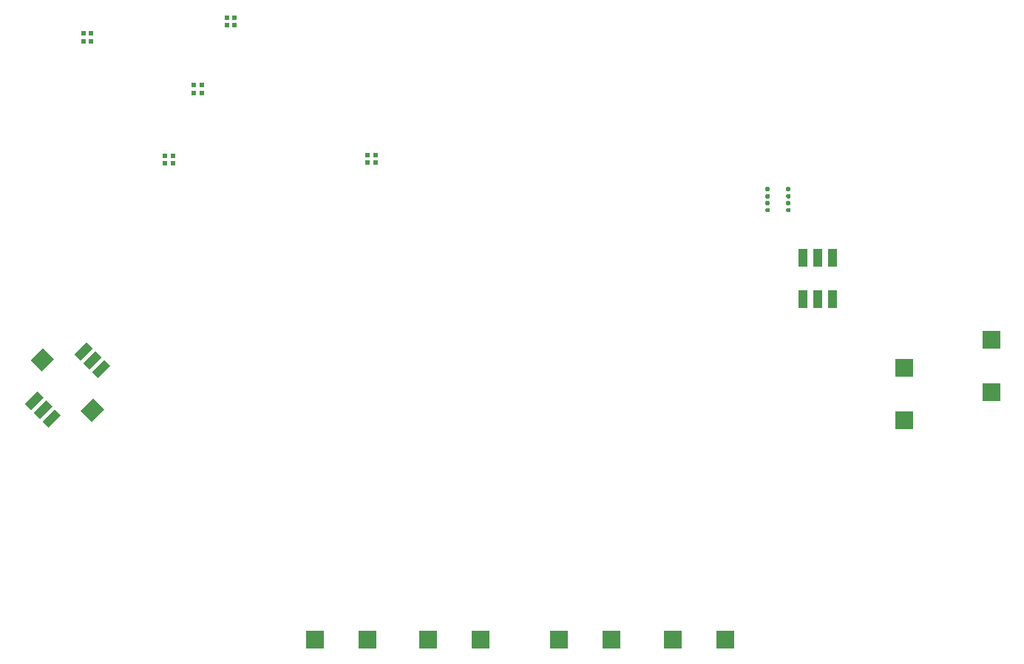
<source format=gtp>
G04 #@! TF.GenerationSoftware,KiCad,Pcbnew,5.1.9*
G04 #@! TF.CreationDate,2021-01-16T16:04:05+01:00*
G04 #@! TF.ProjectId,mch2021,6d636832-3032-4312-9e6b-696361645f70,1*
G04 #@! TF.SameCoordinates,Original*
G04 #@! TF.FileFunction,Paste,Top*
G04 #@! TF.FilePolarity,Positive*
%FSLAX46Y46*%
G04 Gerber Fmt 4.6, Leading zero omitted, Abs format (unit mm)*
G04 Created by KiCad (PCBNEW 5.1.9) date 2021-01-16 16:04:05*
%MOMM*%
%LPD*%
G01*
G04 APERTURE LIST*
%ADD10R,2.000000X2.000000*%
%ADD11R,0.500000X0.500000*%
%ADD12R,1.100000X2.000000*%
%ADD13C,0.100000*%
G04 APERTURE END LIST*
G36*
G01*
X27985000Y22390000D02*
X28260000Y22390000D01*
G75*
G02*
X28385000Y22265000I0J-125000D01*
G01*
X28385000Y22015000D01*
G75*
G02*
X28260000Y21890000I-125000J0D01*
G01*
X27985000Y21890000D01*
G75*
G02*
X27860000Y22015000I0J125000D01*
G01*
X27860000Y22265000D01*
G75*
G02*
X27985000Y22390000I125000J0D01*
G01*
G37*
G36*
G01*
X27985000Y21590000D02*
X28260000Y21590000D01*
G75*
G02*
X28385000Y21465000I0J-125000D01*
G01*
X28385000Y21215000D01*
G75*
G02*
X28260000Y21090000I-125000J0D01*
G01*
X27985000Y21090000D01*
G75*
G02*
X27860000Y21215000I0J125000D01*
G01*
X27860000Y21465000D01*
G75*
G02*
X27985000Y21590000I125000J0D01*
G01*
G37*
G36*
G01*
X27985000Y20790000D02*
X28260000Y20790000D01*
G75*
G02*
X28385000Y20665000I0J-125000D01*
G01*
X28385000Y20415000D01*
G75*
G02*
X28260000Y20290000I-125000J0D01*
G01*
X27985000Y20290000D01*
G75*
G02*
X27860000Y20415000I0J125000D01*
G01*
X27860000Y20665000D01*
G75*
G02*
X27985000Y20790000I125000J0D01*
G01*
G37*
G36*
G01*
X27985000Y19990000D02*
X28260000Y19990000D01*
G75*
G02*
X28385000Y19865000I0J-125000D01*
G01*
X28385000Y19615000D01*
G75*
G02*
X28260000Y19490000I-125000J0D01*
G01*
X27985000Y19490000D01*
G75*
G02*
X27860000Y19615000I0J125000D01*
G01*
X27860000Y19865000D01*
G75*
G02*
X27985000Y19990000I125000J0D01*
G01*
G37*
G36*
G01*
X30360000Y19990000D02*
X30635000Y19990000D01*
G75*
G02*
X30760000Y19865000I0J-125000D01*
G01*
X30760000Y19615000D01*
G75*
G02*
X30635000Y19490000I-125000J0D01*
G01*
X30360000Y19490000D01*
G75*
G02*
X30235000Y19615000I0J125000D01*
G01*
X30235000Y19865000D01*
G75*
G02*
X30360000Y19990000I125000J0D01*
G01*
G37*
G36*
G01*
X30360000Y20790000D02*
X30635000Y20790000D01*
G75*
G02*
X30760000Y20665000I0J-125000D01*
G01*
X30760000Y20415000D01*
G75*
G02*
X30635000Y20290000I-125000J0D01*
G01*
X30360000Y20290000D01*
G75*
G02*
X30235000Y20415000I0J125000D01*
G01*
X30235000Y20665000D01*
G75*
G02*
X30360000Y20790000I125000J0D01*
G01*
G37*
G36*
G01*
X30360000Y21590000D02*
X30635000Y21590000D01*
G75*
G02*
X30760000Y21465000I0J-125000D01*
G01*
X30760000Y21215000D01*
G75*
G02*
X30635000Y21090000I-125000J0D01*
G01*
X30360000Y21090000D01*
G75*
G02*
X30235000Y21215000I0J125000D01*
G01*
X30235000Y21465000D01*
G75*
G02*
X30360000Y21590000I125000J0D01*
G01*
G37*
G36*
G01*
X30360000Y22390000D02*
X30635000Y22390000D01*
G75*
G02*
X30760000Y22265000I0J-125000D01*
G01*
X30760000Y22015000D01*
G75*
G02*
X30635000Y21890000I-125000J0D01*
G01*
X30360000Y21890000D01*
G75*
G02*
X30235000Y22015000I0J125000D01*
G01*
X30235000Y22265000D01*
G75*
G02*
X30360000Y22390000I125000J0D01*
G01*
G37*
D10*
X-10733620Y-29473240D03*
X-4733620Y-29473240D03*
D11*
X-17683380Y26074720D03*
X-17683380Y25174720D03*
X-16783380Y25174720D03*
X-16783380Y26074720D03*
X-33809840Y40910020D03*
X-32909840Y40910020D03*
X-32909840Y41810020D03*
X-33809840Y41810020D03*
X-49318240Y39983760D03*
X-50218240Y39983760D03*
X-50218240Y39083760D03*
X-49318240Y39083760D03*
X-36676660Y34060480D03*
X-37576660Y34060480D03*
X-37576660Y33160480D03*
X-36676660Y33160480D03*
X-40891360Y26003600D03*
X-40891360Y25103600D03*
X-39991360Y25103600D03*
X-39991360Y26003600D03*
D12*
X32190000Y14300000D03*
X33890000Y14300000D03*
X35590000Y14300000D03*
X35590000Y9500000D03*
X33890000Y9500000D03*
X32190000Y9500000D03*
D13*
G36*
X-49240849Y-4503265D02*
G01*
X-50513641Y-3230473D01*
X-49099427Y-1816259D01*
X-47826635Y-3089051D01*
X-49240849Y-4503265D01*
G37*
G36*
X-54968413Y1224299D02*
G01*
X-56241205Y2497091D01*
X-54826991Y3911305D01*
X-53554199Y2638513D01*
X-54968413Y1224299D01*
G37*
G36*
X-50566673Y2479414D02*
G01*
X-51273780Y3186521D01*
X-49859567Y4600734D01*
X-49152460Y3893627D01*
X-50566673Y2479414D01*
G37*
G36*
X-49559046Y1471787D02*
G01*
X-50266153Y2178894D01*
X-48851940Y3593107D01*
X-48144833Y2886000D01*
X-49559046Y1471787D01*
G37*
G36*
X-48551419Y464160D02*
G01*
X-49258526Y1171267D01*
X-47844313Y2585480D01*
X-47137206Y1878373D01*
X-48551419Y464160D01*
G37*
G36*
X-54208273Y-5192694D02*
G01*
X-54915380Y-4485587D01*
X-53501167Y-3071374D01*
X-52794060Y-3778481D01*
X-54208273Y-5192694D01*
G37*
G36*
X-56223527Y-3177440D02*
G01*
X-56930634Y-2470333D01*
X-55516421Y-1056120D01*
X-54809314Y-1763227D01*
X-56223527Y-3177440D01*
G37*
G36*
X-55215900Y-4185067D02*
G01*
X-55923007Y-3477960D01*
X-54508794Y-2063747D01*
X-53801687Y-2770854D01*
X-55215900Y-4185067D01*
G37*
D10*
X53750000Y4880000D03*
X53750000Y-1120000D03*
X10266380Y-29473240D03*
X4266380Y-29473240D03*
X-17733620Y-29473240D03*
X-23733620Y-29473240D03*
X23266380Y-29473240D03*
X17266380Y-29473240D03*
X43750000Y1680000D03*
X43750000Y-4320000D03*
M02*

</source>
